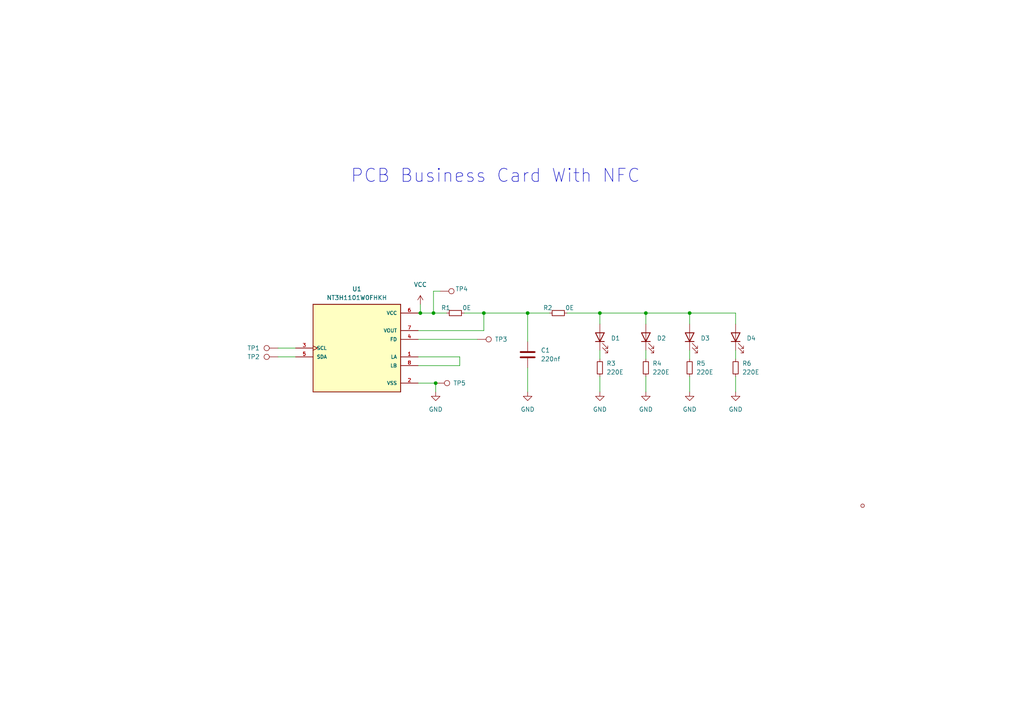
<source format=kicad_sch>
(kicad_sch
	(version 20231120)
	(generator "eeschema")
	(generator_version "8.0")
	(uuid "7f5acc34-4bdc-4614-918e-a91e0be7a014")
	(paper "A4")
	(lib_symbols
		(symbol "Connector:TestPoint"
			(pin_numbers hide)
			(pin_names
				(offset 0.762) hide)
			(exclude_from_sim no)
			(in_bom yes)
			(on_board yes)
			(property "Reference" "TP"
				(at 0 6.858 0)
				(effects
					(font
						(size 1.27 1.27)
					)
				)
			)
			(property "Value" "TestPoint"
				(at 0 5.08 0)
				(effects
					(font
						(size 1.27 1.27)
					)
				)
			)
			(property "Footprint" ""
				(at 5.08 0 0)
				(effects
					(font
						(size 1.27 1.27)
					)
					(hide yes)
				)
			)
			(property "Datasheet" "~"
				(at 5.08 0 0)
				(effects
					(font
						(size 1.27 1.27)
					)
					(hide yes)
				)
			)
			(property "Description" "test point"
				(at 0 0 0)
				(effects
					(font
						(size 1.27 1.27)
					)
					(hide yes)
				)
			)
			(property "ki_keywords" "test point tp"
				(at 0 0 0)
				(effects
					(font
						(size 1.27 1.27)
					)
					(hide yes)
				)
			)
			(property "ki_fp_filters" "Pin* Test*"
				(at 0 0 0)
				(effects
					(font
						(size 1.27 1.27)
					)
					(hide yes)
				)
			)
			(symbol "TestPoint_0_1"
				(circle
					(center 0 3.302)
					(radius 0.762)
					(stroke
						(width 0)
						(type default)
					)
					(fill
						(type none)
					)
				)
			)
			(symbol "TestPoint_1_1"
				(pin passive line
					(at 0 0 90)
					(length 2.54)
					(name "1"
						(effects
							(font
								(size 1.27 1.27)
							)
						)
					)
					(number "1"
						(effects
							(font
								(size 1.27 1.27)
							)
						)
					)
				)
			)
		)
		(symbol "Connector:TestPoint_Small"
			(pin_numbers hide)
			(pin_names
				(offset 0.762) hide)
			(exclude_from_sim no)
			(in_bom yes)
			(on_board yes)
			(property "Reference" "TP"
				(at 0 3.81 0)
				(effects
					(font
						(size 1.27 1.27)
					)
				)
			)
			(property "Value" "TestPoint_Small"
				(at 0 2.032 0)
				(effects
					(font
						(size 1.27 1.27)
					)
				)
			)
			(property "Footprint" ""
				(at 5.08 0 0)
				(effects
					(font
						(size 1.27 1.27)
					)
					(hide yes)
				)
			)
			(property "Datasheet" "~"
				(at 5.08 0 0)
				(effects
					(font
						(size 1.27 1.27)
					)
					(hide yes)
				)
			)
			(property "Description" "test point"
				(at 0 0 0)
				(effects
					(font
						(size 1.27 1.27)
					)
					(hide yes)
				)
			)
			(property "ki_keywords" "test point tp"
				(at 0 0 0)
				(effects
					(font
						(size 1.27 1.27)
					)
					(hide yes)
				)
			)
			(property "ki_fp_filters" "Pin* Test*"
				(at 0 0 0)
				(effects
					(font
						(size 1.27 1.27)
					)
					(hide yes)
				)
			)
			(symbol "TestPoint_Small_0_1"
				(circle
					(center 0 0)
					(radius 0.508)
					(stroke
						(width 0)
						(type default)
					)
					(fill
						(type none)
					)
				)
			)
			(symbol "TestPoint_Small_1_1"
				(pin passive line
					(at 0 0 90)
					(length 0)
					(name "1"
						(effects
							(font
								(size 1.27 1.27)
							)
						)
					)
					(number "1"
						(effects
							(font
								(size 1.27 1.27)
							)
						)
					)
				)
			)
		)
		(symbol "Device:C"
			(pin_numbers hide)
			(pin_names
				(offset 0.254)
			)
			(exclude_from_sim no)
			(in_bom yes)
			(on_board yes)
			(property "Reference" "C"
				(at 0.635 2.54 0)
				(effects
					(font
						(size 1.27 1.27)
					)
					(justify left)
				)
			)
			(property "Value" "C"
				(at 0.635 -2.54 0)
				(effects
					(font
						(size 1.27 1.27)
					)
					(justify left)
				)
			)
			(property "Footprint" ""
				(at 0.9652 -3.81 0)
				(effects
					(font
						(size 1.27 1.27)
					)
					(hide yes)
				)
			)
			(property "Datasheet" "~"
				(at 0 0 0)
				(effects
					(font
						(size 1.27 1.27)
					)
					(hide yes)
				)
			)
			(property "Description" "Unpolarized capacitor"
				(at 0 0 0)
				(effects
					(font
						(size 1.27 1.27)
					)
					(hide yes)
				)
			)
			(property "ki_keywords" "cap capacitor"
				(at 0 0 0)
				(effects
					(font
						(size 1.27 1.27)
					)
					(hide yes)
				)
			)
			(property "ki_fp_filters" "C_*"
				(at 0 0 0)
				(effects
					(font
						(size 1.27 1.27)
					)
					(hide yes)
				)
			)
			(symbol "C_0_1"
				(polyline
					(pts
						(xy -2.032 -0.762) (xy 2.032 -0.762)
					)
					(stroke
						(width 0.508)
						(type default)
					)
					(fill
						(type none)
					)
				)
				(polyline
					(pts
						(xy -2.032 0.762) (xy 2.032 0.762)
					)
					(stroke
						(width 0.508)
						(type default)
					)
					(fill
						(type none)
					)
				)
			)
			(symbol "C_1_1"
				(pin passive line
					(at 0 3.81 270)
					(length 2.794)
					(name "~"
						(effects
							(font
								(size 1.27 1.27)
							)
						)
					)
					(number "1"
						(effects
							(font
								(size 1.27 1.27)
							)
						)
					)
				)
				(pin passive line
					(at 0 -3.81 90)
					(length 2.794)
					(name "~"
						(effects
							(font
								(size 1.27 1.27)
							)
						)
					)
					(number "2"
						(effects
							(font
								(size 1.27 1.27)
							)
						)
					)
				)
			)
		)
		(symbol "Device:LED"
			(pin_numbers hide)
			(pin_names
				(offset 1.016) hide)
			(exclude_from_sim no)
			(in_bom yes)
			(on_board yes)
			(property "Reference" "D"
				(at 0 2.54 0)
				(effects
					(font
						(size 1.27 1.27)
					)
				)
			)
			(property "Value" "LED"
				(at 0 -2.54 0)
				(effects
					(font
						(size 1.27 1.27)
					)
				)
			)
			(property "Footprint" ""
				(at 0 0 0)
				(effects
					(font
						(size 1.27 1.27)
					)
					(hide yes)
				)
			)
			(property "Datasheet" "~"
				(at 0 0 0)
				(effects
					(font
						(size 1.27 1.27)
					)
					(hide yes)
				)
			)
			(property "Description" "Light emitting diode"
				(at 0 0 0)
				(effects
					(font
						(size 1.27 1.27)
					)
					(hide yes)
				)
			)
			(property "ki_keywords" "LED diode"
				(at 0 0 0)
				(effects
					(font
						(size 1.27 1.27)
					)
					(hide yes)
				)
			)
			(property "ki_fp_filters" "LED* LED_SMD:* LED_THT:*"
				(at 0 0 0)
				(effects
					(font
						(size 1.27 1.27)
					)
					(hide yes)
				)
			)
			(symbol "LED_0_1"
				(polyline
					(pts
						(xy -1.27 -1.27) (xy -1.27 1.27)
					)
					(stroke
						(width 0.254)
						(type default)
					)
					(fill
						(type none)
					)
				)
				(polyline
					(pts
						(xy -1.27 0) (xy 1.27 0)
					)
					(stroke
						(width 0)
						(type default)
					)
					(fill
						(type none)
					)
				)
				(polyline
					(pts
						(xy 1.27 -1.27) (xy 1.27 1.27) (xy -1.27 0) (xy 1.27 -1.27)
					)
					(stroke
						(width 0.254)
						(type default)
					)
					(fill
						(type none)
					)
				)
				(polyline
					(pts
						(xy -3.048 -0.762) (xy -4.572 -2.286) (xy -3.81 -2.286) (xy -4.572 -2.286) (xy -4.572 -1.524)
					)
					(stroke
						(width 0)
						(type default)
					)
					(fill
						(type none)
					)
				)
				(polyline
					(pts
						(xy -1.778 -0.762) (xy -3.302 -2.286) (xy -2.54 -2.286) (xy -3.302 -2.286) (xy -3.302 -1.524)
					)
					(stroke
						(width 0)
						(type default)
					)
					(fill
						(type none)
					)
				)
			)
			(symbol "LED_1_1"
				(pin passive line
					(at -3.81 0 0)
					(length 2.54)
					(name "K"
						(effects
							(font
								(size 1.27 1.27)
							)
						)
					)
					(number "1"
						(effects
							(font
								(size 1.27 1.27)
							)
						)
					)
				)
				(pin passive line
					(at 3.81 0 180)
					(length 2.54)
					(name "A"
						(effects
							(font
								(size 1.27 1.27)
							)
						)
					)
					(number "2"
						(effects
							(font
								(size 1.27 1.27)
							)
						)
					)
				)
			)
		)
		(symbol "Device:R_Small"
			(pin_numbers hide)
			(pin_names
				(offset 0.254) hide)
			(exclude_from_sim no)
			(in_bom yes)
			(on_board yes)
			(property "Reference" "R"
				(at 0.762 0.508 0)
				(effects
					(font
						(size 1.27 1.27)
					)
					(justify left)
				)
			)
			(property "Value" "R_Small"
				(at 0.762 -1.016 0)
				(effects
					(font
						(size 1.27 1.27)
					)
					(justify left)
				)
			)
			(property "Footprint" ""
				(at 0 0 0)
				(effects
					(font
						(size 1.27 1.27)
					)
					(hide yes)
				)
			)
			(property "Datasheet" "~"
				(at 0 0 0)
				(effects
					(font
						(size 1.27 1.27)
					)
					(hide yes)
				)
			)
			(property "Description" "Resistor, small symbol"
				(at 0 0 0)
				(effects
					(font
						(size 1.27 1.27)
					)
					(hide yes)
				)
			)
			(property "ki_keywords" "R resistor"
				(at 0 0 0)
				(effects
					(font
						(size 1.27 1.27)
					)
					(hide yes)
				)
			)
			(property "ki_fp_filters" "R_*"
				(at 0 0 0)
				(effects
					(font
						(size 1.27 1.27)
					)
					(hide yes)
				)
			)
			(symbol "R_Small_0_1"
				(rectangle
					(start -0.762 1.778)
					(end 0.762 -1.778)
					(stroke
						(width 0.2032)
						(type default)
					)
					(fill
						(type none)
					)
				)
			)
			(symbol "R_Small_1_1"
				(pin passive line
					(at 0 2.54 270)
					(length 0.762)
					(name "~"
						(effects
							(font
								(size 1.27 1.27)
							)
						)
					)
					(number "1"
						(effects
							(font
								(size 1.27 1.27)
							)
						)
					)
				)
				(pin passive line
					(at 0 -2.54 90)
					(length 0.762)
					(name "~"
						(effects
							(font
								(size 1.27 1.27)
							)
						)
					)
					(number "2"
						(effects
							(font
								(size 1.27 1.27)
							)
						)
					)
				)
			)
		)
		(symbol "NT3H1101W0FHKH:NT3H1101W0FHKH"
			(pin_names
				(offset 1.016)
			)
			(exclude_from_sim no)
			(in_bom yes)
			(on_board yes)
			(property "Reference" "U"
				(at -12.7 13.462 0)
				(effects
					(font
						(size 1.27 1.27)
					)
					(justify left bottom)
				)
			)
			(property "Value" "NT3H1101W0FHKH"
				(at -12.7 -15.24 0)
				(effects
					(font
						(size 1.27 1.27)
					)
					(justify left bottom)
				)
			)
			(property "Footprint" "IC_NT3H1101W0FHKH"
				(at 0 0 0)
				(effects
					(font
						(size 1.27 1.27)
					)
					(justify bottom)
					(hide yes)
				)
			)
			(property "Datasheet" ""
				(at 0 0 0)
				(effects
					(font
						(size 1.27 1.27)
					)
					(hide yes)
				)
			)
			(property "Description" ""
				(at 0 0 0)
				(effects
					(font
						(size 1.27 1.27)
					)
					(hide yes)
				)
			)
			(property "MANUFACTURER" "NXP"
				(at 0 0 0)
				(effects
					(font
						(size 1.27 1.27)
					)
					(justify bottom)
					(hide yes)
				)
			)
			(property "SNAPEDA_PACKAGE_ID" "7291"
				(at 0 0 0)
				(effects
					(font
						(size 1.27 1.27)
					)
					(justify bottom)
					(hide yes)
				)
			)
			(property "STANDARD" "Manufacturer Recommendations"
				(at 0 0 0)
				(effects
					(font
						(size 1.27 1.27)
					)
					(justify bottom)
					(hide yes)
				)
			)
			(property "PARTREV" "3.3"
				(at 0 0 0)
				(effects
					(font
						(size 1.27 1.27)
					)
					(justify bottom)
					(hide yes)
				)
			)
			(property "MAXIMUM_PACKAGE_HEIGHT" "0.5mm"
				(at 0 0 0)
				(effects
					(font
						(size 1.27 1.27)
					)
					(justify bottom)
					(hide yes)
				)
			)
			(symbol "NT3H1101W0FHKH_0_0"
				(rectangle
					(start -12.7 -12.7)
					(end 12.7 12.7)
					(stroke
						(width 0.254)
						(type default)
					)
					(fill
						(type background)
					)
				)
				(pin bidirectional line
					(at 17.78 -2.54 180)
					(length 5.08)
					(name "LA"
						(effects
							(font
								(size 1.016 1.016)
							)
						)
					)
					(number "1"
						(effects
							(font
								(size 1.016 1.016)
							)
						)
					)
				)
				(pin power_in line
					(at 17.78 -10.16 180)
					(length 5.08)
					(name "VSS"
						(effects
							(font
								(size 1.016 1.016)
							)
						)
					)
					(number "2"
						(effects
							(font
								(size 1.016 1.016)
							)
						)
					)
				)
				(pin input clock
					(at -17.78 0 0)
					(length 5.08)
					(name "SCL"
						(effects
							(font
								(size 1.016 1.016)
							)
						)
					)
					(number "3"
						(effects
							(font
								(size 1.016 1.016)
							)
						)
					)
				)
				(pin output line
					(at 17.78 2.54 180)
					(length 5.08)
					(name "FD"
						(effects
							(font
								(size 1.016 1.016)
							)
						)
					)
					(number "4"
						(effects
							(font
								(size 1.016 1.016)
							)
						)
					)
				)
				(pin bidirectional line
					(at -17.78 -2.54 0)
					(length 5.08)
					(name "SDA"
						(effects
							(font
								(size 1.016 1.016)
							)
						)
					)
					(number "5"
						(effects
							(font
								(size 1.016 1.016)
							)
						)
					)
				)
				(pin power_in line
					(at 17.78 10.16 180)
					(length 5.08)
					(name "VCC"
						(effects
							(font
								(size 1.016 1.016)
							)
						)
					)
					(number "6"
						(effects
							(font
								(size 1.016 1.016)
							)
						)
					)
				)
				(pin output line
					(at 17.78 5.08 180)
					(length 5.08)
					(name "VOUT"
						(effects
							(font
								(size 1.016 1.016)
							)
						)
					)
					(number "7"
						(effects
							(font
								(size 1.016 1.016)
							)
						)
					)
				)
				(pin bidirectional line
					(at 17.78 -5.08 180)
					(length 5.08)
					(name "LB"
						(effects
							(font
								(size 1.016 1.016)
							)
						)
					)
					(number "8"
						(effects
							(font
								(size 1.016 1.016)
							)
						)
					)
				)
			)
		)
		(symbol "power:GND"
			(power)
			(pin_names
				(offset 0)
			)
			(exclude_from_sim no)
			(in_bom yes)
			(on_board yes)
			(property "Reference" "#PWR"
				(at 0 -6.35 0)
				(effects
					(font
						(size 1.27 1.27)
					)
					(hide yes)
				)
			)
			(property "Value" "GND"
				(at 0 -3.81 0)
				(effects
					(font
						(size 1.27 1.27)
					)
				)
			)
			(property "Footprint" ""
				(at 0 0 0)
				(effects
					(font
						(size 1.27 1.27)
					)
					(hide yes)
				)
			)
			(property "Datasheet" ""
				(at 0 0 0)
				(effects
					(font
						(size 1.27 1.27)
					)
					(hide yes)
				)
			)
			(property "Description" "Power symbol creates a global label with name \"GND\" , ground"
				(at 0 0 0)
				(effects
					(font
						(size 1.27 1.27)
					)
					(hide yes)
				)
			)
			(property "ki_keywords" "power-flag"
				(at 0 0 0)
				(effects
					(font
						(size 1.27 1.27)
					)
					(hide yes)
				)
			)
			(symbol "GND_0_1"
				(polyline
					(pts
						(xy 0 0) (xy 0 -1.27) (xy 1.27 -1.27) (xy 0 -2.54) (xy -1.27 -1.27) (xy 0 -1.27)
					)
					(stroke
						(width 0)
						(type default)
					)
					(fill
						(type none)
					)
				)
			)
			(symbol "GND_1_1"
				(pin power_in line
					(at 0 0 270)
					(length 0) hide
					(name "GND"
						(effects
							(font
								(size 1.27 1.27)
							)
						)
					)
					(number "1"
						(effects
							(font
								(size 1.27 1.27)
							)
						)
					)
				)
			)
		)
		(symbol "power:VCC"
			(power)
			(pin_names
				(offset 0)
			)
			(exclude_from_sim no)
			(in_bom yes)
			(on_board yes)
			(property "Reference" "#PWR"
				(at 0 -3.81 0)
				(effects
					(font
						(size 1.27 1.27)
					)
					(hide yes)
				)
			)
			(property "Value" "VCC"
				(at 0 3.81 0)
				(effects
					(font
						(size 1.27 1.27)
					)
				)
			)
			(property "Footprint" ""
				(at 0 0 0)
				(effects
					(font
						(size 1.27 1.27)
					)
					(hide yes)
				)
			)
			(property "Datasheet" ""
				(at 0 0 0)
				(effects
					(font
						(size 1.27 1.27)
					)
					(hide yes)
				)
			)
			(property "Description" "Power symbol creates a global label with name \"VCC\""
				(at 0 0 0)
				(effects
					(font
						(size 1.27 1.27)
					)
					(hide yes)
				)
			)
			(property "ki_keywords" "power-flag"
				(at 0 0 0)
				(effects
					(font
						(size 1.27 1.27)
					)
					(hide yes)
				)
			)
			(symbol "VCC_0_1"
				(polyline
					(pts
						(xy -0.762 1.27) (xy 0 2.54)
					)
					(stroke
						(width 0)
						(type default)
					)
					(fill
						(type none)
					)
				)
				(polyline
					(pts
						(xy 0 0) (xy 0 2.54)
					)
					(stroke
						(width 0)
						(type default)
					)
					(fill
						(type none)
					)
				)
				(polyline
					(pts
						(xy 0 2.54) (xy 0.762 1.27)
					)
					(stroke
						(width 0)
						(type default)
					)
					(fill
						(type none)
					)
				)
			)
			(symbol "VCC_1_1"
				(pin power_in line
					(at 0 0 90)
					(length 0) hide
					(name "VCC"
						(effects
							(font
								(size 1.27 1.27)
							)
						)
					)
					(number "1"
						(effects
							(font
								(size 1.27 1.27)
							)
						)
					)
				)
			)
		)
	)
	(junction
		(at 173.99 90.805)
		(diameter 0)
		(color 0 0 0 0)
		(uuid "37386ffc-7bfa-43da-ab95-757e6819a2d3")
	)
	(junction
		(at 126.365 111.125)
		(diameter 0)
		(color 0 0 0 0)
		(uuid "4d758095-283b-493a-aa7f-483ff6230876")
	)
	(junction
		(at 140.335 90.805)
		(diameter 0)
		(color 0 0 0 0)
		(uuid "804346ee-33c0-44d5-97a2-ba39edaa3a98")
	)
	(junction
		(at 153.035 90.805)
		(diameter 0)
		(color 0 0 0 0)
		(uuid "8d190742-123e-4a1e-8421-0a1cd0266f62")
	)
	(junction
		(at 125.73 90.805)
		(diameter 0)
		(color 0 0 0 0)
		(uuid "9681769c-d4c4-4f1a-9072-d08ea6a3ceb4")
	)
	(junction
		(at 200.025 90.805)
		(diameter 0)
		(color 0 0 0 0)
		(uuid "ad5372d5-8502-4d70-ad7c-aa2f3b2f3f0f")
	)
	(junction
		(at 187.325 90.805)
		(diameter 0)
		(color 0 0 0 0)
		(uuid "c58e0dc2-256d-4988-b6a0-4bd2f3010c8e")
	)
	(junction
		(at 121.92 90.805)
		(diameter 0)
		(color 0 0 0 0)
		(uuid "dfa8501b-d74e-447b-aafb-19ec36efb7a0")
	)
	(wire
		(pts
			(xy 187.325 90.805) (xy 187.325 93.98)
		)
		(stroke
			(width 0)
			(type default)
		)
		(uuid "0692b572-dc97-432c-9ba4-5829bb4e2674")
	)
	(wire
		(pts
			(xy 80.645 103.505) (xy 85.725 103.505)
		)
		(stroke
			(width 0)
			(type default)
		)
		(uuid "09ee7ed5-b1f1-46b5-8559-09c87feb3223")
	)
	(wire
		(pts
			(xy 121.285 103.505) (xy 133.35 103.505)
		)
		(stroke
			(width 0)
			(type default)
		)
		(uuid "0ae15bca-fc42-421d-9847-6681d5c904e9")
	)
	(wire
		(pts
			(xy 173.99 90.805) (xy 173.99 93.98)
		)
		(stroke
			(width 0)
			(type default)
		)
		(uuid "105aeca6-e713-4154-9fab-b325fbb238bf")
	)
	(wire
		(pts
			(xy 121.92 90.805) (xy 125.73 90.805)
		)
		(stroke
			(width 0)
			(type default)
		)
		(uuid "1b5bb49b-d644-4ab7-976d-c3bf6b7d0233")
	)
	(wire
		(pts
			(xy 213.36 93.98) (xy 213.36 90.805)
		)
		(stroke
			(width 0)
			(type default)
		)
		(uuid "21b0239d-4cc5-4462-b0c0-6fcff35090e4")
	)
	(wire
		(pts
			(xy 173.99 101.6) (xy 173.99 104.14)
		)
		(stroke
			(width 0)
			(type default)
		)
		(uuid "2369b097-3997-4b0e-ba6d-dc65a15ee647")
	)
	(wire
		(pts
			(xy 126.365 111.125) (xy 126.365 113.665)
		)
		(stroke
			(width 0)
			(type default)
		)
		(uuid "242e065b-4829-4e07-ac76-563c82cbec65")
	)
	(wire
		(pts
			(xy 187.325 101.6) (xy 187.325 104.14)
		)
		(stroke
			(width 0)
			(type default)
		)
		(uuid "254c8082-567b-4169-9b9e-2172aac15e9c")
	)
	(wire
		(pts
			(xy 213.36 109.22) (xy 213.36 113.665)
		)
		(stroke
			(width 0)
			(type default)
		)
		(uuid "256a8cdb-c588-43ff-9872-31a3ba801a44")
	)
	(wire
		(pts
			(xy 200.025 109.22) (xy 200.025 113.665)
		)
		(stroke
			(width 0)
			(type default)
		)
		(uuid "359a8ae0-06d7-457c-b8dc-784b9dc3be65")
	)
	(wire
		(pts
			(xy 125.73 84.455) (xy 125.73 90.805)
		)
		(stroke
			(width 0)
			(type default)
		)
		(uuid "3661d0b4-0d38-43ff-bb21-f9350d1f293c")
	)
	(wire
		(pts
			(xy 153.035 90.805) (xy 153.035 99.06)
		)
		(stroke
			(width 0)
			(type default)
		)
		(uuid "37527a03-822b-453f-8484-c20706aaa766")
	)
	(wire
		(pts
			(xy 200.025 90.805) (xy 187.325 90.805)
		)
		(stroke
			(width 0)
			(type default)
		)
		(uuid "42fcf1b9-8d02-4601-8eaf-201d10380300")
	)
	(wire
		(pts
			(xy 125.73 90.805) (xy 129.54 90.805)
		)
		(stroke
			(width 0)
			(type default)
		)
		(uuid "4585de92-0f4c-4ea3-ad87-bd4b7d4bdfe7")
	)
	(wire
		(pts
			(xy 133.35 103.505) (xy 133.35 106.045)
		)
		(stroke
			(width 0)
			(type default)
		)
		(uuid "57c976a1-8aa9-4713-b735-32a74162ee77")
	)
	(wire
		(pts
			(xy 187.325 90.805) (xy 173.99 90.805)
		)
		(stroke
			(width 0)
			(type default)
		)
		(uuid "5e70c39e-7729-4d20-9f0f-f91842f42ca2")
	)
	(wire
		(pts
			(xy 140.335 90.805) (xy 153.035 90.805)
		)
		(stroke
			(width 0)
			(type default)
		)
		(uuid "5ea3f565-f133-4a7b-9c9f-db7a46a8ce4c")
	)
	(wire
		(pts
			(xy 140.335 95.885) (xy 140.335 90.805)
		)
		(stroke
			(width 0)
			(type default)
		)
		(uuid "6165aed1-55e6-4da6-80a3-b506e38250ea")
	)
	(wire
		(pts
			(xy 200.025 101.6) (xy 200.025 104.14)
		)
		(stroke
			(width 0)
			(type default)
		)
		(uuid "6cb20960-f9f0-4fce-bae0-5fb227fd2520")
	)
	(wire
		(pts
			(xy 121.92 88.265) (xy 121.92 90.805)
		)
		(stroke
			(width 0)
			(type default)
		)
		(uuid "6fb688e1-389c-4dbd-a79a-a1d5863717d3")
	)
	(wire
		(pts
			(xy 200.025 90.805) (xy 200.025 93.98)
		)
		(stroke
			(width 0)
			(type default)
		)
		(uuid "70a41ef5-71c0-4006-b517-742e5c06ed8c")
	)
	(wire
		(pts
			(xy 127.635 84.455) (xy 125.73 84.455)
		)
		(stroke
			(width 0)
			(type default)
		)
		(uuid "7bac5338-fee2-4cbe-b5b6-5ad9e0cb5809")
	)
	(wire
		(pts
			(xy 121.285 95.885) (xy 140.335 95.885)
		)
		(stroke
			(width 0)
			(type default)
		)
		(uuid "86ad4319-53a4-4b26-8f2c-58abe441275c")
	)
	(wire
		(pts
			(xy 213.36 101.6) (xy 213.36 104.14)
		)
		(stroke
			(width 0)
			(type default)
		)
		(uuid "8802ed53-1cf0-403e-8b2b-bd839a65255b")
	)
	(wire
		(pts
			(xy 121.285 98.425) (xy 138.43 98.425)
		)
		(stroke
			(width 0)
			(type default)
		)
		(uuid "8c24aab8-9653-4b8d-a2cc-155d9eeefeeb")
	)
	(wire
		(pts
			(xy 121.285 90.805) (xy 121.92 90.805)
		)
		(stroke
			(width 0)
			(type default)
		)
		(uuid "8e56f7c5-f2f1-45b0-a006-2d8c6652e0b0")
	)
	(wire
		(pts
			(xy 80.645 100.965) (xy 85.725 100.965)
		)
		(stroke
			(width 0)
			(type default)
		)
		(uuid "95a23436-f002-4d97-9a56-35773dbb2448")
	)
	(wire
		(pts
			(xy 153.035 106.68) (xy 153.035 113.665)
		)
		(stroke
			(width 0)
			(type default)
		)
		(uuid "9678cbee-eafd-4616-b6e7-9e1053baaf49")
	)
	(wire
		(pts
			(xy 187.325 109.22) (xy 187.325 113.665)
		)
		(stroke
			(width 0)
			(type default)
		)
		(uuid "c42dd4bf-78b6-4ff8-96a0-7da9968721c9")
	)
	(wire
		(pts
			(xy 133.35 106.045) (xy 121.285 106.045)
		)
		(stroke
			(width 0)
			(type default)
		)
		(uuid "c4bb1f27-59ff-4338-ba3c-f5dc01eac9fe")
	)
	(wire
		(pts
			(xy 153.035 90.805) (xy 159.385 90.805)
		)
		(stroke
			(width 0)
			(type default)
		)
		(uuid "c567390a-0518-43a4-bdc5-e85208a0574c")
	)
	(wire
		(pts
			(xy 173.99 109.22) (xy 173.99 113.665)
		)
		(stroke
			(width 0)
			(type default)
		)
		(uuid "d02c82e0-e381-4d37-b784-3bc01b66f03b")
	)
	(wire
		(pts
			(xy 134.62 90.805) (xy 140.335 90.805)
		)
		(stroke
			(width 0)
			(type default)
		)
		(uuid "d2064489-fa09-4565-9516-b0d90d25942e")
	)
	(wire
		(pts
			(xy 164.465 90.805) (xy 173.99 90.805)
		)
		(stroke
			(width 0)
			(type default)
		)
		(uuid "e3201043-c41e-4320-a75b-250ba7b44d53")
	)
	(wire
		(pts
			(xy 213.36 90.805) (xy 200.025 90.805)
		)
		(stroke
			(width 0)
			(type default)
		)
		(uuid "f20ed175-c3ed-46b5-b525-32131ac8926e")
	)
	(wire
		(pts
			(xy 121.285 111.125) (xy 126.365 111.125)
		)
		(stroke
			(width 0)
			(type default)
		)
		(uuid "fb6a9c21-eb17-4644-b884-2b055562aec4")
	)
	(text "PCB Business Card With NFC"
		(exclude_from_sim no)
		(at 101.6 53.34 0)
		(effects
			(font
				(size 3.81 3.81)
			)
			(justify left bottom)
		)
		(uuid "2e292b5d-a690-4788-a442-f6155b14b4da")
	)
	(symbol
		(lib_id "Connector:TestPoint_Small")
		(at 250.19 146.685 0)
		(unit 1)
		(exclude_from_sim no)
		(in_bom yes)
		(on_board yes)
		(dnp no)
		(fields_autoplaced yes)
		(uuid "030adf38-2915-416b-a7eb-550b637f3de6")
		(property "Reference" "TP6"
			(at 251.46 145.4149 0)
			(effects
				(font
					(size 1.27 1.27)
				)
				(justify left)
				(hide yes)
			)
		)
		(property "Value" "TestPoint_Small"
			(at 251.46 147.9549 0)
			(effects
				(font
					(size 1.27 1.27)
				)
				(justify left)
				(hide yes)
			)
		)
		(property "Footprint" ""
			(at 255.27 146.685 0)
			(effects
				(font
					(size 1.27 1.27)
				)
				(hide yes)
			)
		)
		(property "Datasheet" "~"
			(at 255.27 146.685 0)
			(effects
				(font
					(size 1.27 1.27)
				)
				(hide yes)
			)
		)
		(property "Description" ""
			(at 250.19 146.685 0)
			(effects
				(font
					(size 1.27 1.27)
				)
				(hide yes)
			)
		)
		(pin "1"
			(uuid "aea85a9b-f0ba-4825-9336-9428f3479ef2")
		)
		(instances
			(project ""
				(path "/7f5acc34-4bdc-4614-918e-a91e0be7a014"
					(reference "TP6")
					(unit 1)
				)
			)
		)
	)
	(symbol
		(lib_id "power:GND")
		(at 126.365 113.665 0)
		(unit 1)
		(exclude_from_sim no)
		(in_bom yes)
		(on_board yes)
		(dnp no)
		(fields_autoplaced yes)
		(uuid "39e52a45-3584-477e-bae5-96157560c704")
		(property "Reference" "#PWR01"
			(at 126.365 120.015 0)
			(effects
				(font
					(size 1.27 1.27)
				)
				(hide yes)
			)
		)
		(property "Value" "GND"
			(at 126.365 118.745 0)
			(effects
				(font
					(size 1.27 1.27)
				)
			)
		)
		(property "Footprint" ""
			(at 126.365 113.665 0)
			(effects
				(font
					(size 1.27 1.27)
				)
				(hide yes)
			)
		)
		(property "Datasheet" ""
			(at 126.365 113.665 0)
			(effects
				(font
					(size 1.27 1.27)
				)
				(hide yes)
			)
		)
		(property "Description" ""
			(at 126.365 113.665 0)
			(effects
				(font
					(size 1.27 1.27)
				)
				(hide yes)
			)
		)
		(pin "1"
			(uuid "12ab84da-9dad-465c-92a4-84c9da254f31")
		)
		(instances
			(project ""
				(path "/7f5acc34-4bdc-4614-918e-a91e0be7a014"
					(reference "#PWR01")
					(unit 1)
				)
			)
		)
	)
	(symbol
		(lib_id "power:GND")
		(at 187.325 113.665 0)
		(unit 1)
		(exclude_from_sim no)
		(in_bom yes)
		(on_board yes)
		(dnp no)
		(fields_autoplaced yes)
		(uuid "3f2a2a50-aa78-435f-a3ec-199d791b0813")
		(property "Reference" "#PWR04"
			(at 187.325 120.015 0)
			(effects
				(font
					(size 1.27 1.27)
				)
				(hide yes)
			)
		)
		(property "Value" "GND"
			(at 187.325 118.745 0)
			(effects
				(font
					(size 1.27 1.27)
				)
			)
		)
		(property "Footprint" ""
			(at 187.325 113.665 0)
			(effects
				(font
					(size 1.27 1.27)
				)
				(hide yes)
			)
		)
		(property "Datasheet" ""
			(at 187.325 113.665 0)
			(effects
				(font
					(size 1.27 1.27)
				)
				(hide yes)
			)
		)
		(property "Description" ""
			(at 187.325 113.665 0)
			(effects
				(font
					(size 1.27 1.27)
				)
				(hide yes)
			)
		)
		(pin "1"
			(uuid "1db53edb-3742-4a2b-b2c8-352cae8fae56")
		)
		(instances
			(project ""
				(path "/7f5acc34-4bdc-4614-918e-a91e0be7a014"
					(reference "#PWR04")
					(unit 1)
				)
			)
		)
	)
	(symbol
		(lib_id "power:GND")
		(at 173.99 113.665 0)
		(unit 1)
		(exclude_from_sim no)
		(in_bom yes)
		(on_board yes)
		(dnp no)
		(fields_autoplaced yes)
		(uuid "62dee1d6-abf8-4386-b05c-74b5a6eb260a")
		(property "Reference" "#PWR03"
			(at 173.99 120.015 0)
			(effects
				(font
					(size 1.27 1.27)
				)
				(hide yes)
			)
		)
		(property "Value" "GND"
			(at 173.99 118.745 0)
			(effects
				(font
					(size 1.27 1.27)
				)
			)
		)
		(property "Footprint" ""
			(at 173.99 113.665 0)
			(effects
				(font
					(size 1.27 1.27)
				)
				(hide yes)
			)
		)
		(property "Datasheet" ""
			(at 173.99 113.665 0)
			(effects
				(font
					(size 1.27 1.27)
				)
				(hide yes)
			)
		)
		(property "Description" ""
			(at 173.99 113.665 0)
			(effects
				(font
					(size 1.27 1.27)
				)
				(hide yes)
			)
		)
		(pin "1"
			(uuid "0946d62e-c702-4855-83b3-e13348e6af3d")
		)
		(instances
			(project ""
				(path "/7f5acc34-4bdc-4614-918e-a91e0be7a014"
					(reference "#PWR03")
					(unit 1)
				)
			)
		)
	)
	(symbol
		(lib_id "Device:C")
		(at 153.035 102.87 0)
		(unit 1)
		(exclude_from_sim no)
		(in_bom yes)
		(on_board yes)
		(dnp no)
		(fields_autoplaced yes)
		(uuid "6afa757b-8ca7-404f-bc20-5f683361bd6d")
		(property "Reference" "C1"
			(at 156.845 101.5999 0)
			(effects
				(font
					(size 1.27 1.27)
				)
				(justify left)
			)
		)
		(property "Value" "220nf"
			(at 156.845 104.1399 0)
			(effects
				(font
					(size 1.27 1.27)
				)
				(justify left)
			)
		)
		(property "Footprint" "Capacitor_SMD:C_0402_1005Metric"
			(at 154.0002 106.68 0)
			(effects
				(font
					(size 1.27 1.27)
				)
				(hide yes)
			)
		)
		(property "Datasheet" "~"
			(at 153.035 102.87 0)
			(effects
				(font
					(size 1.27 1.27)
				)
				(hide yes)
			)
		)
		(property "Description" ""
			(at 153.035 102.87 0)
			(effects
				(font
					(size 1.27 1.27)
				)
				(hide yes)
			)
		)
		(pin "1"
			(uuid "cdb3d52e-7d61-4432-aebf-44edde9e6218")
		)
		(pin "2"
			(uuid "ffae792f-71ac-49fe-935f-3fc508041663")
		)
		(instances
			(project ""
				(path "/7f5acc34-4bdc-4614-918e-a91e0be7a014"
					(reference "C1")
					(unit 1)
				)
			)
		)
	)
	(symbol
		(lib_id "NT3H1101W0FHKH:NT3H1101W0FHKH")
		(at 103.505 100.965 0)
		(unit 1)
		(exclude_from_sim no)
		(in_bom yes)
		(on_board yes)
		(dnp no)
		(fields_autoplaced yes)
		(uuid "6f9a8c71-b4d4-49cb-aee1-c7349e7cfa7d")
		(property "Reference" "U1"
			(at 103.505 83.82 0)
			(effects
				(font
					(size 1.27 1.27)
				)
			)
		)
		(property "Value" "NT3H1101W0FHKH"
			(at 103.505 86.36 0)
			(effects
				(font
					(size 1.27 1.27)
				)
			)
		)
		(property "Footprint" "Shawn_PCB_Business_card:IC_NT3H1101W0FHKH"
			(at 103.505 100.965 0)
			(effects
				(font
					(size 1.27 1.27)
				)
				(justify bottom)
				(hide yes)
			)
		)
		(property "Datasheet" ""
			(at 103.505 100.965 0)
			(effects
				(font
					(size 1.27 1.27)
				)
				(hide yes)
			)
		)
		(property "Description" ""
			(at 103.505 100.965 0)
			(effects
				(font
					(size 1.27 1.27)
				)
				(hide yes)
			)
		)
		(property "MANUFACTURER" "NXP"
			(at 103.505 100.965 0)
			(effects
				(font
					(size 1.27 1.27)
				)
				(justify bottom)
				(hide yes)
			)
		)
		(property "SNAPEDA_PACKAGE_ID" "7291"
			(at 103.505 100.965 0)
			(effects
				(font
					(size 1.27 1.27)
				)
				(justify bottom)
				(hide yes)
			)
		)
		(property "STANDARD" "Manufacturer Recommendations"
			(at 103.505 100.965 0)
			(effects
				(font
					(size 1.27 1.27)
				)
				(justify bottom)
				(hide yes)
			)
		)
		(property "PARTREV" "3.3"
			(at 103.505 100.965 0)
			(effects
				(font
					(size 1.27 1.27)
				)
				(justify bottom)
				(hide yes)
			)
		)
		(property "MAXIMUM_PACKAGE_HEIGHT" "0.5mm"
			(at 103.505 100.965 0)
			(effects
				(font
					(size 1.27 1.27)
				)
				(justify bottom)
				(hide yes)
			)
		)
		(pin "1"
			(uuid "da43069f-51ed-4d68-8c7c-469b83cd0e26")
		)
		(pin "2"
			(uuid "38042dee-cce7-471d-9caf-1c9378e5f58c")
		)
		(pin "3"
			(uuid "e554856b-055c-427b-ae3b-fa1dbf157bad")
		)
		(pin "4"
			(uuid "d8a9bd98-7b11-48d4-b2af-e7f13b0c797b")
		)
		(pin "5"
			(uuid "9b22227d-9352-4dd3-821a-5a37f628aebe")
		)
		(pin "6"
			(uuid "04ea2286-1185-489c-b347-b58ea3c5d3c8")
		)
		(pin "7"
			(uuid "7695d0bc-9c1f-415f-90f2-a6cf85a876ef")
		)
		(pin "8"
			(uuid "9a03eb5c-53b5-4e0a-a459-d2c4c565547b")
		)
		(instances
			(project ""
				(path "/7f5acc34-4bdc-4614-918e-a91e0be7a014"
					(reference "U1")
					(unit 1)
				)
			)
		)
	)
	(symbol
		(lib_id "Device:R_Small")
		(at 173.99 106.68 0)
		(unit 1)
		(exclude_from_sim no)
		(in_bom yes)
		(on_board yes)
		(dnp no)
		(fields_autoplaced yes)
		(uuid "7532b1ab-2490-4c8c-ac44-94c1bd48cbda")
		(property "Reference" "R3"
			(at 175.895 105.4099 0)
			(effects
				(font
					(size 1.27 1.27)
				)
				(justify left)
			)
		)
		(property "Value" "220E"
			(at 175.895 107.9499 0)
			(effects
				(font
					(size 1.27 1.27)
				)
				(justify left)
			)
		)
		(property "Footprint" "Resistor_SMD:R_0402_1005Metric"
			(at 173.99 106.68 0)
			(effects
				(font
					(size 1.27 1.27)
				)
				(hide yes)
			)
		)
		(property "Datasheet" "~"
			(at 173.99 106.68 0)
			(effects
				(font
					(size 1.27 1.27)
				)
				(hide yes)
			)
		)
		(property "Description" ""
			(at 173.99 106.68 0)
			(effects
				(font
					(size 1.27 1.27)
				)
				(hide yes)
			)
		)
		(pin "1"
			(uuid "a2771df9-2544-40e8-8282-6b9377926bb5")
		)
		(pin "2"
			(uuid "cee8689f-380e-49f1-ab5f-3d8430397606")
		)
		(instances
			(project ""
				(path "/7f5acc34-4bdc-4614-918e-a91e0be7a014"
					(reference "R3")
					(unit 1)
				)
			)
		)
	)
	(symbol
		(lib_id "Device:LED")
		(at 213.36 97.79 90)
		(unit 1)
		(exclude_from_sim no)
		(in_bom yes)
		(on_board yes)
		(dnp no)
		(fields_autoplaced yes)
		(uuid "8c38e8ab-5b4f-4e57-ab11-a5262986d6e5")
		(property "Reference" "D4"
			(at 216.535 98.1074 90)
			(effects
				(font
					(size 1.27 1.27)
				)
				(justify right)
			)
		)
		(property "Value" "LED"
			(at 216.535 100.6474 90)
			(effects
				(font
					(size 1.27 1.27)
				)
				(justify right)
				(hide yes)
			)
		)
		(property "Footprint" "LED_SMD:LED_0402_1005Metric"
			(at 213.36 97.79 0)
			(effects
				(font
					(size 1.27 1.27)
				)
				(hide yes)
			)
		)
		(property "Datasheet" "~"
			(at 213.36 97.79 0)
			(effects
				(font
					(size 1.27 1.27)
				)
				(hide yes)
			)
		)
		(property "Description" ""
			(at 213.36 97.79 0)
			(effects
				(font
					(size 1.27 1.27)
				)
				(hide yes)
			)
		)
		(pin "1"
			(uuid "b74fc196-1355-45b4-8389-4010339b296c")
		)
		(pin "2"
			(uuid "ba5a8b00-f783-49bf-a9b6-d2cdaee85f3c")
		)
		(instances
			(project ""
				(path "/7f5acc34-4bdc-4614-918e-a91e0be7a014"
					(reference "D4")
					(unit 1)
				)
			)
		)
	)
	(symbol
		(lib_id "power:VCC")
		(at 121.92 88.265 0)
		(unit 1)
		(exclude_from_sim no)
		(in_bom yes)
		(on_board yes)
		(dnp no)
		(fields_autoplaced yes)
		(uuid "8c7a1be4-d490-46e1-a3f7-27c73586445c")
		(property "Reference" "#PWR0101"
			(at 121.92 92.075 0)
			(effects
				(font
					(size 1.27 1.27)
				)
				(hide yes)
			)
		)
		(property "Value" "VCC"
			(at 121.92 82.55 0)
			(effects
				(font
					(size 1.27 1.27)
				)
			)
		)
		(property "Footprint" ""
			(at 121.92 88.265 0)
			(effects
				(font
					(size 1.27 1.27)
				)
				(hide yes)
			)
		)
		(property "Datasheet" ""
			(at 121.92 88.265 0)
			(effects
				(font
					(size 1.27 1.27)
				)
				(hide yes)
			)
		)
		(property "Description" ""
			(at 121.92 88.265 0)
			(effects
				(font
					(size 1.27 1.27)
				)
				(hide yes)
			)
		)
		(pin "1"
			(uuid "d62ea834-53d9-4592-afa9-d142c3da3ce2")
		)
		(instances
			(project ""
				(path "/7f5acc34-4bdc-4614-918e-a91e0be7a014"
					(reference "#PWR0101")
					(unit 1)
				)
			)
		)
	)
	(symbol
		(lib_id "Device:R_Small")
		(at 132.08 90.805 90)
		(unit 1)
		(exclude_from_sim no)
		(in_bom yes)
		(on_board yes)
		(dnp no)
		(uuid "96e69dbe-feee-446c-990c-f94b2a246396")
		(property "Reference" "R1"
			(at 129.286 89.281 90)
			(effects
				(font
					(size 1.27 1.27)
				)
			)
		)
		(property "Value" "0E"
			(at 135.382 89.281 90)
			(effects
				(font
					(size 1.27 1.27)
				)
			)
		)
		(property "Footprint" "Resistor_SMD:R_0402_1005Metric"
			(at 132.08 90.805 0)
			(effects
				(font
					(size 1.27 1.27)
				)
				(hide yes)
			)
		)
		(property "Datasheet" "~"
			(at 132.08 90.805 0)
			(effects
				(font
					(size 1.27 1.27)
				)
				(hide yes)
			)
		)
		(property "Description" ""
			(at 132.08 90.805 0)
			(effects
				(font
					(size 1.27 1.27)
				)
				(hide yes)
			)
		)
		(pin "1"
			(uuid "7b9bd5aa-6aa1-4a40-978f-64f52f02ee2a")
		)
		(pin "2"
			(uuid "f2284fc4-3c3b-4226-a910-033e7af54b22")
		)
		(instances
			(project ""
				(path "/7f5acc34-4bdc-4614-918e-a91e0be7a014"
					(reference "R1")
					(unit 1)
				)
			)
		)
	)
	(symbol
		(lib_id "power:GND")
		(at 200.025 113.665 0)
		(unit 1)
		(exclude_from_sim no)
		(in_bom yes)
		(on_board yes)
		(dnp no)
		(fields_autoplaced yes)
		(uuid "9e99299a-a4a4-42c3-be7e-f33151316d8a")
		(property "Reference" "#PWR05"
			(at 200.025 120.015 0)
			(effects
				(font
					(size 1.27 1.27)
				)
				(hide yes)
			)
		)
		(property "Value" "GND"
			(at 200.025 118.745 0)
			(effects
				(font
					(size 1.27 1.27)
				)
			)
		)
		(property "Footprint" ""
			(at 200.025 113.665 0)
			(effects
				(font
					(size 1.27 1.27)
				)
				(hide yes)
			)
		)
		(property "Datasheet" ""
			(at 200.025 113.665 0)
			(effects
				(font
					(size 1.27 1.27)
				)
				(hide yes)
			)
		)
		(property "Description" ""
			(at 200.025 113.665 0)
			(effects
				(font
					(size 1.27 1.27)
				)
				(hide yes)
			)
		)
		(pin "1"
			(uuid "d1e7a374-e5b8-443c-9566-d4f8d7943e1d")
		)
		(instances
			(project ""
				(path "/7f5acc34-4bdc-4614-918e-a91e0be7a014"
					(reference "#PWR05")
					(unit 1)
				)
			)
		)
	)
	(symbol
		(lib_id "Connector:TestPoint")
		(at 80.645 103.505 90)
		(unit 1)
		(exclude_from_sim no)
		(in_bom yes)
		(on_board yes)
		(dnp no)
		(uuid "9e9e0191-f930-4b16-a501-e57ac35830dc")
		(property "Reference" "TP2"
			(at 73.533 103.505 90)
			(effects
				(font
					(size 1.27 1.27)
				)
			)
		)
		(property "Value" "TestPoint"
			(at 70.485 103.505 90)
			(effects
				(font
					(size 1.27 1.27)
				)
				(hide yes)
			)
		)
		(property "Footprint" "TestPoint:TestPoint_Pad_D1.0mm"
			(at 80.645 98.425 0)
			(effects
				(font
					(size 1.27 1.27)
				)
				(hide yes)
			)
		)
		(property "Datasheet" "~"
			(at 80.645 98.425 0)
			(effects
				(font
					(size 1.27 1.27)
				)
				(hide yes)
			)
		)
		(property "Description" ""
			(at 80.645 103.505 0)
			(effects
				(font
					(size 1.27 1.27)
				)
				(hide yes)
			)
		)
		(pin "1"
			(uuid "8a8aba62-6a98-4d05-8a1d-698f535e28e8")
		)
		(instances
			(project ""
				(path "/7f5acc34-4bdc-4614-918e-a91e0be7a014"
					(reference "TP2")
					(unit 1)
				)
			)
		)
	)
	(symbol
		(lib_id "Device:R_Small")
		(at 161.925 90.805 90)
		(unit 1)
		(exclude_from_sim no)
		(in_bom yes)
		(on_board yes)
		(dnp no)
		(uuid "a322d789-df58-409b-bbc5-de669eb02950")
		(property "Reference" "R2"
			(at 158.877 89.281 90)
			(effects
				(font
					(size 1.27 1.27)
				)
			)
		)
		(property "Value" "0E"
			(at 165.227 89.281 90)
			(effects
				(font
					(size 1.27 1.27)
				)
			)
		)
		(property "Footprint" "Resistor_SMD:R_0402_1005Metric"
			(at 161.925 90.805 0)
			(effects
				(font
					(size 1.27 1.27)
				)
				(hide yes)
			)
		)
		(property "Datasheet" "~"
			(at 161.925 90.805 0)
			(effects
				(font
					(size 1.27 1.27)
				)
				(hide yes)
			)
		)
		(property "Description" ""
			(at 161.925 90.805 0)
			(effects
				(font
					(size 1.27 1.27)
				)
				(hide yes)
			)
		)
		(pin "1"
			(uuid "f1030336-56eb-4fdd-8bcf-1db16242d8e4")
		)
		(pin "2"
			(uuid "c192b425-4ae4-41bd-8534-4e70ffc653d9")
		)
		(instances
			(project ""
				(path "/7f5acc34-4bdc-4614-918e-a91e0be7a014"
					(reference "R2")
					(unit 1)
				)
			)
		)
	)
	(symbol
		(lib_id "power:GND")
		(at 153.035 113.665 0)
		(unit 1)
		(exclude_from_sim no)
		(in_bom yes)
		(on_board yes)
		(dnp no)
		(fields_autoplaced yes)
		(uuid "bb84b940-2a8c-4017-b509-bd85d81d4d9c")
		(property "Reference" "#PWR07"
			(at 153.035 120.015 0)
			(effects
				(font
					(size 1.27 1.27)
				)
				(hide yes)
			)
		)
		(property "Value" "GND"
			(at 153.035 118.745 0)
			(effects
				(font
					(size 1.27 1.27)
				)
			)
		)
		(property "Footprint" ""
			(at 153.035 113.665 0)
			(effects
				(font
					(size 1.27 1.27)
				)
				(hide yes)
			)
		)
		(property "Datasheet" ""
			(at 153.035 113.665 0)
			(effects
				(font
					(size 1.27 1.27)
				)
				(hide yes)
			)
		)
		(property "Description" ""
			(at 153.035 113.665 0)
			(effects
				(font
					(size 1.27 1.27)
				)
				(hide yes)
			)
		)
		(pin "1"
			(uuid "c7e5218c-6f99-48c0-8c39-63da5459740c")
		)
		(instances
			(project ""
				(path "/7f5acc34-4bdc-4614-918e-a91e0be7a014"
					(reference "#PWR07")
					(unit 1)
				)
			)
		)
	)
	(symbol
		(lib_id "Connector:TestPoint")
		(at 127.635 84.455 270)
		(unit 1)
		(exclude_from_sim no)
		(in_bom yes)
		(on_board yes)
		(dnp no)
		(uuid "bc2763fb-58ac-42c8-bfc1-23150231d4bb")
		(property "Reference" "TP4"
			(at 132.08 83.82 90)
			(effects
				(font
					(size 1.27 1.27)
				)
				(justify left)
			)
		)
		(property "Value" "TestPoint"
			(at 132.715 85.7249 90)
			(effects
				(font
					(size 1.27 1.27)
				)
				(justify left)
				(hide yes)
			)
		)
		(property "Footprint" "TestPoint:TestPoint_Pad_D1.0mm"
			(at 127.635 89.535 0)
			(effects
				(font
					(size 1.27 1.27)
				)
				(hide yes)
			)
		)
		(property "Datasheet" "~"
			(at 127.635 89.535 0)
			(effects
				(font
					(size 1.27 1.27)
				)
				(hide yes)
			)
		)
		(property "Description" ""
			(at 127.635 84.455 0)
			(effects
				(font
					(size 1.27 1.27)
				)
				(hide yes)
			)
		)
		(pin "1"
			(uuid "c620d2c5-99ba-4eeb-964d-29626353f8d7")
		)
		(instances
			(project ""
				(path "/7f5acc34-4bdc-4614-918e-a91e0be7a014"
					(reference "TP4")
					(unit 1)
				)
			)
		)
	)
	(symbol
		(lib_id "Device:R_Small")
		(at 200.025 106.68 0)
		(unit 1)
		(exclude_from_sim no)
		(in_bom yes)
		(on_board yes)
		(dnp no)
		(fields_autoplaced yes)
		(uuid "bed24523-7f29-43c1-8f78-73f7d7c94986")
		(property "Reference" "R5"
			(at 201.93 105.4099 0)
			(effects
				(font
					(size 1.27 1.27)
				)
				(justify left)
			)
		)
		(property "Value" "220E"
			(at 201.93 107.9499 0)
			(effects
				(font
					(size 1.27 1.27)
				)
				(justify left)
			)
		)
		(property "Footprint" "Resistor_SMD:R_0402_1005Metric"
			(at 200.025 106.68 0)
			(effects
				(font
					(size 1.27 1.27)
				)
				(hide yes)
			)
		)
		(property "Datasheet" "~"
			(at 200.025 106.68 0)
			(effects
				(font
					(size 1.27 1.27)
				)
				(hide yes)
			)
		)
		(property "Description" ""
			(at 200.025 106.68 0)
			(effects
				(font
					(size 1.27 1.27)
				)
				(hide yes)
			)
		)
		(pin "1"
			(uuid "1a8ce882-d310-488f-b6f8-2af5bf67e595")
		)
		(pin "2"
			(uuid "ce6bebd6-6b09-4993-8712-be512bb0fe04")
		)
		(instances
			(project ""
				(path "/7f5acc34-4bdc-4614-918e-a91e0be7a014"
					(reference "R5")
					(unit 1)
				)
			)
		)
	)
	(symbol
		(lib_id "Device:LED")
		(at 173.99 97.79 90)
		(unit 1)
		(exclude_from_sim no)
		(in_bom yes)
		(on_board yes)
		(dnp no)
		(fields_autoplaced yes)
		(uuid "c3192b7c-c1b5-4cf2-9776-df2e90c80231")
		(property "Reference" "D1"
			(at 177.165 98.1074 90)
			(effects
				(font
					(size 1.27 1.27)
				)
				(justify right)
			)
		)
		(property "Value" "LED"
			(at 177.165 100.6474 90)
			(effects
				(font
					(size 1.27 1.27)
				)
				(justify right)
				(hide yes)
			)
		)
		(property "Footprint" "LED_SMD:LED_0402_1005Metric"
			(at 173.99 97.79 0)
			(effects
				(font
					(size 1.27 1.27)
				)
				(hide yes)
			)
		)
		(property "Datasheet" "~"
			(at 173.99 97.79 0)
			(effects
				(font
					(size 1.27 1.27)
				)
				(hide yes)
			)
		)
		(property "Description" ""
			(at 173.99 97.79 0)
			(effects
				(font
					(size 1.27 1.27)
				)
				(hide yes)
			)
		)
		(pin "1"
			(uuid "ac02cd27-7fbe-47e5-a9e1-8d4f0c586bb0")
		)
		(pin "2"
			(uuid "3c1bf55b-52a0-4728-b2c7-03b1ee64c04c")
		)
		(instances
			(project ""
				(path "/7f5acc34-4bdc-4614-918e-a91e0be7a014"
					(reference "D1")
					(unit 1)
				)
			)
		)
	)
	(symbol
		(lib_id "Connector:TestPoint")
		(at 138.43 98.425 270)
		(unit 1)
		(exclude_from_sim no)
		(in_bom yes)
		(on_board yes)
		(dnp no)
		(uuid "c85a8915-af69-4861-a1a0-3dc2d8048136")
		(property "Reference" "TP3"
			(at 143.51 98.425 90)
			(effects
				(font
					(size 1.27 1.27)
				)
				(justify left)
			)
		)
		(property "Value" "TestPoint"
			(at 143.51 99.6949 90)
			(effects
				(font
					(size 1.27 1.27)
				)
				(justify left)
				(hide yes)
			)
		)
		(property "Footprint" "TestPoint:TestPoint_Pad_D1.0mm"
			(at 138.43 103.505 0)
			(effects
				(font
					(size 1.27 1.27)
				)
				(hide yes)
			)
		)
		(property "Datasheet" "~"
			(at 138.43 103.505 0)
			(effects
				(font
					(size 1.27 1.27)
				)
				(hide yes)
			)
		)
		(property "Description" ""
			(at 138.43 98.425 0)
			(effects
				(font
					(size 1.27 1.27)
				)
				(hide yes)
			)
		)
		(pin "1"
			(uuid "1d155261-9cd2-4c17-a684-5d2bafc2024f")
		)
		(instances
			(project ""
				(path "/7f5acc34-4bdc-4614-918e-a91e0be7a014"
					(reference "TP3")
					(unit 1)
				)
			)
		)
	)
	(symbol
		(lib_id "Device:R_Small")
		(at 213.36 106.68 0)
		(unit 1)
		(exclude_from_sim no)
		(in_bom yes)
		(on_board yes)
		(dnp no)
		(fields_autoplaced yes)
		(uuid "cbb8ea06-a66f-485f-b740-578beaf6ce1b")
		(property "Reference" "R6"
			(at 215.265 105.4099 0)
			(effects
				(font
					(size 1.27 1.27)
				)
				(justify left)
			)
		)
		(property "Value" "220E"
			(at 215.265 107.9499 0)
			(effects
				(font
					(size 1.27 1.27)
				)
				(justify left)
			)
		)
		(property "Footprint" "Resistor_SMD:R_0402_1005Metric"
			(at 213.36 106.68 0)
			(effects
				(font
					(size 1.27 1.27)
				)
				(hide yes)
			)
		)
		(property "Datasheet" "~"
			(at 213.36 106.68 0)
			(effects
				(font
					(size 1.27 1.27)
				)
				(hide yes)
			)
		)
		(property "Description" ""
			(at 213.36 106.68 0)
			(effects
				(font
					(size 1.27 1.27)
				)
				(hide yes)
			)
		)
		(pin "1"
			(uuid "ef250a3d-e563-4dc6-b0a3-a1ac25e3e7eb")
		)
		(pin "2"
			(uuid "ee9dcabf-5499-4771-8e2b-f9ca44e7528b")
		)
		(instances
			(project ""
				(path "/7f5acc34-4bdc-4614-918e-a91e0be7a014"
					(reference "R6")
					(unit 1)
				)
			)
		)
	)
	(symbol
		(lib_id "Device:LED")
		(at 200.025 97.79 90)
		(unit 1)
		(exclude_from_sim no)
		(in_bom yes)
		(on_board yes)
		(dnp no)
		(fields_autoplaced yes)
		(uuid "d11ffbe9-81ac-482e-9c66-d7fe242b6492")
		(property "Reference" "D3"
			(at 203.2 98.1074 90)
			(effects
				(font
					(size 1.27 1.27)
				)
				(justify right)
			)
		)
		(property "Value" "LED"
			(at 203.2 100.6474 90)
			(effects
				(font
					(size 1.27 1.27)
				)
				(justify right)
				(hide yes)
			)
		)
		(property "Footprint" "LED_SMD:LED_0402_1005Metric"
			(at 200.025 97.79 0)
			(effects
				(font
					(size 1.27 1.27)
				)
				(hide yes)
			)
		)
		(property "Datasheet" "~"
			(at 200.025 97.79 0)
			(effects
				(font
					(size 1.27 1.27)
				)
				(hide yes)
			)
		)
		(property "Description" ""
			(at 200.025 97.79 0)
			(effects
				(font
					(size 1.27 1.27)
				)
				(hide yes)
			)
		)
		(pin "1"
			(uuid "5a755ba0-9652-4c36-b8c1-ea4f21ceed95")
		)
		(pin "2"
			(uuid "b9b9da71-0dd6-4a8b-b87c-b04139e52be9")
		)
		(instances
			(project ""
				(path "/7f5acc34-4bdc-4614-918e-a91e0be7a014"
					(reference "D3")
					(unit 1)
				)
			)
		)
	)
	(symbol
		(lib_id "Connector:TestPoint")
		(at 126.365 111.125 270)
		(unit 1)
		(exclude_from_sim no)
		(in_bom yes)
		(on_board yes)
		(dnp no)
		(uuid "db4218e3-b02b-4f39-97d3-f74a71ceff15")
		(property "Reference" "TP5"
			(at 131.445 111.125 90)
			(effects
				(font
					(size 1.27 1.27)
				)
				(justify left)
			)
		)
		(property "Value" "TestPoint"
			(at 131.445 112.3949 90)
			(effects
				(font
					(size 1.27 1.27)
				)
				(justify left)
				(hide yes)
			)
		)
		(property "Footprint" "TestPoint:TestPoint_Pad_D1.0mm"
			(at 126.365 116.205 0)
			(effects
				(font
					(size 1.27 1.27)
				)
				(hide yes)
			)
		)
		(property "Datasheet" "~"
			(at 126.365 116.205 0)
			(effects
				(font
					(size 1.27 1.27)
				)
				(hide yes)
			)
		)
		(property "Description" ""
			(at 126.365 111.125 0)
			(effects
				(font
					(size 1.27 1.27)
				)
				(hide yes)
			)
		)
		(pin "1"
			(uuid "7ec71719-7129-483e-b60b-5a0c2a76a929")
		)
		(instances
			(project ""
				(path "/7f5acc34-4bdc-4614-918e-a91e0be7a014"
					(reference "TP5")
					(unit 1)
				)
			)
		)
	)
	(symbol
		(lib_id "Device:LED")
		(at 187.325 97.79 90)
		(unit 1)
		(exclude_from_sim no)
		(in_bom yes)
		(on_board yes)
		(dnp no)
		(fields_autoplaced yes)
		(uuid "dea3025c-714a-44bb-9fa0-3664d9935f41")
		(property "Reference" "D2"
			(at 190.5 98.1074 90)
			(effects
				(font
					(size 1.27 1.27)
				)
				(justify right)
			)
		)
		(property "Value" "LED"
			(at 190.5 100.6474 90)
			(effects
				(font
					(size 1.27 1.27)
				)
				(justify right)
				(hide yes)
			)
		)
		(property "Footprint" "LED_SMD:LED_0402_1005Metric"
			(at 187.325 97.79 0)
			(effects
				(font
					(size 1.27 1.27)
				)
				(hide yes)
			)
		)
		(property "Datasheet" "~"
			(at 187.325 97.79 0)
			(effects
				(font
					(size 1.27 1.27)
				)
				(hide yes)
			)
		)
		(property "Description" ""
			(at 187.325 97.79 0)
			(effects
				(font
					(size 1.27 1.27)
				)
				(hide yes)
			)
		)
		(pin "1"
			(uuid "f8181b80-876b-4836-81b8-b5fc4fefd2b1")
		)
		(pin "2"
			(uuid "8c039ed4-ab9f-4fad-b46b-f1342889f770")
		)
		(instances
			(project ""
				(path "/7f5acc34-4bdc-4614-918e-a91e0be7a014"
					(reference "D2")
					(unit 1)
				)
			)
		)
	)
	(symbol
		(lib_id "Device:R_Small")
		(at 187.325 106.68 0)
		(unit 1)
		(exclude_from_sim no)
		(in_bom yes)
		(on_board yes)
		(dnp no)
		(fields_autoplaced yes)
		(uuid "e97fc224-14b9-459f-b0e2-182d229d1738")
		(property "Reference" "R4"
			(at 189.23 105.4099 0)
			(effects
				(font
					(size 1.27 1.27)
				)
				(justify left)
			)
		)
		(property "Value" "220E"
			(at 189.23 107.9499 0)
			(effects
				(font
					(size 1.27 1.27)
				)
				(justify left)
			)
		)
		(property "Footprint" "Resistor_SMD:R_0402_1005Metric"
			(at 187.325 106.68 0)
			(effects
				(font
					(size 1.27 1.27)
				)
				(hide yes)
			)
		)
		(property "Datasheet" "~"
			(at 187.325 106.68 0)
			(effects
				(font
					(size 1.27 1.27)
				)
				(hide yes)
			)
		)
		(property "Description" ""
			(at 187.325 106.68 0)
			(effects
				(font
					(size 1.27 1.27)
				)
				(hide yes)
			)
		)
		(pin "1"
			(uuid "0ded8a6e-8c14-413e-a728-2010aa3c0c5c")
		)
		(pin "2"
			(uuid "91570f86-dcc5-43bf-be8c-3de41bfbfe4c")
		)
		(instances
			(project ""
				(path "/7f5acc34-4bdc-4614-918e-a91e0be7a014"
					(reference "R4")
					(unit 1)
				)
			)
		)
	)
	(symbol
		(lib_id "Connector:TestPoint")
		(at 80.645 100.965 90)
		(unit 1)
		(exclude_from_sim no)
		(in_bom yes)
		(on_board yes)
		(dnp no)
		(uuid "ebc5df95-f88c-4694-ba49-c4214fd5cf7a")
		(property "Reference" "TP1"
			(at 73.533 100.965 90)
			(effects
				(font
					(size 1.27 1.27)
				)
			)
		)
		(property "Value" "TestPoint"
			(at 70.485 100.965 90)
			(effects
				(font
					(size 1.27 1.27)
				)
				(hide yes)
			)
		)
		(property "Footprint" "TestPoint:TestPoint_Pad_D1.0mm"
			(at 80.645 95.885 0)
			(effects
				(font
					(size 1.27 1.27)
				)
				(hide yes)
			)
		)
		(property "Datasheet" "~"
			(at 80.645 95.885 0)
			(effects
				(font
					(size 1.27 1.27)
				)
				(hide yes)
			)
		)
		(property "Description" ""
			(at 80.645 100.965 0)
			(effects
				(font
					(size 1.27 1.27)
				)
				(hide yes)
			)
		)
		(pin "1"
			(uuid "3080fe7b-1ccd-4249-bf09-18ddb40d57df")
		)
		(instances
			(project ""
				(path "/7f5acc34-4bdc-4614-918e-a91e0be7a014"
					(reference "TP1")
					(unit 1)
				)
			)
		)
	)
	(symbol
		(lib_id "power:GND")
		(at 213.36 113.665 0)
		(unit 1)
		(exclude_from_sim no)
		(in_bom yes)
		(on_board yes)
		(dnp no)
		(fields_autoplaced yes)
		(uuid "f538048e-fd48-403b-a390-b500b320595e")
		(property "Reference" "#PWR06"
			(at 213.36 120.015 0)
			(effects
				(font
					(size 1.27 1.27)
				)
				(hide yes)
			)
		)
		(property "Value" "GND"
			(at 213.36 118.745 0)
			(effects
				(font
					(size 1.27 1.27)
				)
			)
		)
		(property "Footprint" ""
			(at 213.36 113.665 0)
			(effects
				(font
					(size 1.27 1.27)
				)
				(hide yes)
			)
		)
		(property "Datasheet" ""
			(at 213.36 113.665 0)
			(effects
				(font
					(size 1.27 1.27)
				)
				(hide yes)
			)
		)
		(property "Description" ""
			(at 213.36 113.665 0)
			(effects
				(font
					(size 1.27 1.27)
				)
				(hide yes)
			)
		)
		(pin "1"
			(uuid "71d30fbc-5e70-4d73-b76b-1a44b4669813")
		)
		(instances
			(project ""
				(path "/7f5acc34-4bdc-4614-918e-a91e0be7a014"
					(reference "#PWR06")
					(unit 1)
				)
			)
		)
	)
	(sheet_instances
		(path "/"
			(page "1")
		)
	)
)

</source>
